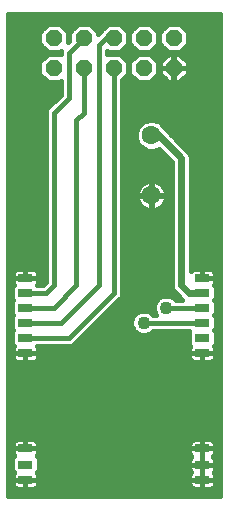
<source format=gtl>
G75*
%MOIN*%
%OFA0B0*%
%FSLAX25Y25*%
%IPPOS*%
%LPD*%
%AMOC8*
5,1,8,0,0,1.08239X$1,22.5*
%
%ADD10R,0.05000X0.02500*%
%ADD11OC8,0.05600*%
%ADD12C,0.06299*%
%ADD13C,0.01575*%
%ADD14C,0.02362*%
%ADD15C,0.04331*%
D10*
X0009819Y0009583D03*
X0009819Y0014583D03*
X0009819Y0019976D03*
X0009819Y0051787D03*
X0009819Y0056787D03*
X0009819Y0061787D03*
X0009819Y0066787D03*
X0009819Y0071787D03*
X0009819Y0076787D03*
X0068756Y0076787D03*
X0068756Y0071787D03*
X0068756Y0066787D03*
X0068756Y0061787D03*
X0068756Y0056787D03*
X0068756Y0051787D03*
X0068756Y0019976D03*
X0068756Y0014583D03*
X0068756Y0009583D03*
D11*
X0059287Y0146787D03*
X0059287Y0156787D03*
X0049287Y0156787D03*
X0049287Y0146787D03*
X0039287Y0146787D03*
X0039287Y0156787D03*
X0029287Y0156787D03*
X0029287Y0146787D03*
X0019287Y0146787D03*
X0019287Y0156787D03*
D12*
X0051787Y0124287D03*
X0051787Y0104287D03*
D13*
X0003953Y0164622D02*
X0003953Y0003953D01*
X0074622Y0003953D01*
X0074622Y0164622D01*
X0003953Y0164622D01*
X0003953Y0163839D02*
X0074622Y0163839D01*
X0074622Y0162265D02*
X0003953Y0162265D01*
X0003953Y0160692D02*
X0016448Y0160692D01*
X0017312Y0161556D02*
X0014519Y0158763D01*
X0014519Y0154812D01*
X0017312Y0152019D01*
X0021263Y0152019D01*
X0021531Y0152288D01*
X0021531Y0151287D01*
X0021263Y0151556D01*
X0017312Y0151556D01*
X0014519Y0148763D01*
X0014519Y0144812D01*
X0017312Y0142019D01*
X0021263Y0142019D01*
X0021531Y0142288D01*
X0021531Y0137929D01*
X0016951Y0133348D01*
X0016531Y0132336D01*
X0016531Y0075429D01*
X0015646Y0074543D01*
X0013809Y0074543D01*
X0013984Y0074847D01*
X0014106Y0075302D01*
X0014106Y0076787D01*
X0009819Y0076787D01*
X0009819Y0076787D01*
X0005531Y0076787D01*
X0005531Y0075302D01*
X0005653Y0074847D01*
X0005889Y0074440D01*
X0005913Y0074415D01*
X0005350Y0073853D01*
X0005350Y0069722D01*
X0005785Y0069287D01*
X0005350Y0068853D01*
X0005350Y0064722D01*
X0005785Y0064287D01*
X0005350Y0063853D01*
X0005350Y0059722D01*
X0005785Y0059287D01*
X0005350Y0058853D01*
X0005350Y0054722D01*
X0005913Y0054159D01*
X0005889Y0054135D01*
X0005653Y0053727D01*
X0005531Y0053273D01*
X0005531Y0051787D01*
X0005531Y0050302D01*
X0005653Y0049847D01*
X0005889Y0049440D01*
X0006221Y0049107D01*
X0006629Y0048872D01*
X0007084Y0048750D01*
X0009819Y0048750D01*
X0012554Y0048750D01*
X0013009Y0048872D01*
X0013416Y0049107D01*
X0013749Y0049440D01*
X0013984Y0049847D01*
X0014106Y0050302D01*
X0014106Y0051787D01*
X0009819Y0051787D01*
X0009819Y0048750D01*
X0009819Y0051787D01*
X0009819Y0051787D01*
X0009819Y0051787D01*
X0005531Y0051787D01*
X0009819Y0051787D01*
X0009819Y0051787D01*
X0014106Y0051787D01*
X0014106Y0053273D01*
X0013984Y0053727D01*
X0013809Y0054031D01*
X0024836Y0054031D01*
X0025848Y0054451D01*
X0040848Y0069451D01*
X0041624Y0070226D01*
X0042043Y0071239D01*
X0042043Y0142800D01*
X0044056Y0144812D01*
X0044056Y0148763D01*
X0041263Y0151556D01*
X0037312Y0151556D01*
X0037043Y0151287D01*
X0037043Y0152288D01*
X0037312Y0152019D01*
X0041263Y0152019D01*
X0044056Y0154812D01*
X0044056Y0158763D01*
X0041263Y0161556D01*
X0037312Y0161556D01*
X0034519Y0158763D01*
X0034519Y0158416D01*
X0034056Y0157953D01*
X0034056Y0158763D01*
X0031263Y0161556D01*
X0027312Y0161556D01*
X0024519Y0158763D01*
X0024519Y0155916D01*
X0024056Y0155453D01*
X0024056Y0158763D01*
X0021263Y0161556D01*
X0017312Y0161556D01*
X0014875Y0159119D02*
X0003953Y0159119D01*
X0003953Y0157546D02*
X0014519Y0157546D01*
X0014519Y0155972D02*
X0003953Y0155972D01*
X0003953Y0154399D02*
X0014932Y0154399D01*
X0016506Y0152826D02*
X0003953Y0152826D01*
X0003953Y0151252D02*
X0017009Y0151252D01*
X0015435Y0149679D02*
X0003953Y0149679D01*
X0003953Y0148106D02*
X0014519Y0148106D01*
X0014519Y0146532D02*
X0003953Y0146532D01*
X0003953Y0144959D02*
X0014519Y0144959D01*
X0015945Y0143386D02*
X0003953Y0143386D01*
X0003953Y0141812D02*
X0021531Y0141812D01*
X0021531Y0140239D02*
X0003953Y0140239D01*
X0003953Y0138666D02*
X0021531Y0138666D01*
X0020695Y0137092D02*
X0003953Y0137092D01*
X0003953Y0135519D02*
X0019122Y0135519D01*
X0017548Y0133946D02*
X0003953Y0133946D01*
X0003953Y0132373D02*
X0016547Y0132373D01*
X0016531Y0130799D02*
X0003953Y0130799D01*
X0003953Y0129226D02*
X0016531Y0129226D01*
X0016531Y0127653D02*
X0003953Y0127653D01*
X0003953Y0126079D02*
X0016531Y0126079D01*
X0016531Y0124506D02*
X0003953Y0124506D01*
X0003953Y0122933D02*
X0016531Y0122933D01*
X0016531Y0121359D02*
X0003953Y0121359D01*
X0003953Y0119786D02*
X0016531Y0119786D01*
X0016531Y0118213D02*
X0003953Y0118213D01*
X0003953Y0116639D02*
X0016531Y0116639D01*
X0016531Y0115066D02*
X0003953Y0115066D01*
X0003953Y0113493D02*
X0016531Y0113493D01*
X0016531Y0111919D02*
X0003953Y0111919D01*
X0003953Y0110346D02*
X0016531Y0110346D01*
X0016531Y0108773D02*
X0003953Y0108773D01*
X0003953Y0107199D02*
X0016531Y0107199D01*
X0016531Y0105626D02*
X0003953Y0105626D01*
X0003953Y0104053D02*
X0016531Y0104053D01*
X0016531Y0102480D02*
X0003953Y0102480D01*
X0003953Y0100906D02*
X0016531Y0100906D01*
X0016531Y0099333D02*
X0003953Y0099333D01*
X0003953Y0097760D02*
X0016531Y0097760D01*
X0016531Y0096186D02*
X0003953Y0096186D01*
X0003953Y0094613D02*
X0016531Y0094613D01*
X0016531Y0093040D02*
X0003953Y0093040D01*
X0003953Y0091466D02*
X0016531Y0091466D01*
X0016531Y0089893D02*
X0003953Y0089893D01*
X0003953Y0088320D02*
X0016531Y0088320D01*
X0016531Y0086746D02*
X0003953Y0086746D01*
X0003953Y0085173D02*
X0016531Y0085173D01*
X0016531Y0083600D02*
X0003953Y0083600D01*
X0003953Y0082026D02*
X0016531Y0082026D01*
X0016531Y0080453D02*
X0003953Y0080453D01*
X0003953Y0078880D02*
X0005741Y0078880D01*
X0005653Y0078727D02*
X0005531Y0078273D01*
X0005531Y0076787D01*
X0009819Y0076787D01*
X0009819Y0076787D01*
X0014106Y0076787D01*
X0014106Y0078273D01*
X0013984Y0078727D01*
X0013749Y0079135D01*
X0013416Y0079468D01*
X0013009Y0079703D01*
X0012554Y0079825D01*
X0009819Y0079825D01*
X0009819Y0076788D01*
X0009819Y0076788D01*
X0009819Y0079825D01*
X0007084Y0079825D01*
X0006629Y0079703D01*
X0006221Y0079468D01*
X0005889Y0079135D01*
X0005653Y0078727D01*
X0005531Y0077306D02*
X0003953Y0077306D01*
X0003953Y0075733D02*
X0005531Y0075733D01*
X0005657Y0074160D02*
X0003953Y0074160D01*
X0003953Y0072587D02*
X0005350Y0072587D01*
X0005350Y0071013D02*
X0003953Y0071013D01*
X0003953Y0069440D02*
X0005632Y0069440D01*
X0005350Y0067867D02*
X0003953Y0067867D01*
X0003953Y0066293D02*
X0005350Y0066293D01*
X0005352Y0064720D02*
X0003953Y0064720D01*
X0003953Y0063147D02*
X0005350Y0063147D01*
X0005350Y0061573D02*
X0003953Y0061573D01*
X0003953Y0060000D02*
X0005350Y0060000D01*
X0005350Y0058427D02*
X0003953Y0058427D01*
X0003953Y0056853D02*
X0005350Y0056853D01*
X0005350Y0055280D02*
X0003953Y0055280D01*
X0003953Y0053707D02*
X0005648Y0053707D01*
X0005531Y0052133D02*
X0003953Y0052133D01*
X0003953Y0050560D02*
X0005531Y0050560D01*
X0006430Y0048987D02*
X0003953Y0048987D01*
X0003953Y0047414D02*
X0074622Y0047414D01*
X0074622Y0048987D02*
X0072145Y0048987D01*
X0071946Y0048872D02*
X0071491Y0048750D01*
X0068756Y0048750D01*
X0068756Y0051787D01*
X0068756Y0051787D01*
X0068756Y0048750D01*
X0066021Y0048750D01*
X0065566Y0048872D01*
X0065158Y0049107D01*
X0064826Y0049440D01*
X0064590Y0049847D01*
X0064469Y0050302D01*
X0064469Y0051787D01*
X0068756Y0051787D01*
X0068756Y0051787D01*
X0073043Y0051787D01*
X0073043Y0050302D01*
X0072921Y0049847D01*
X0072686Y0049440D01*
X0072353Y0049107D01*
X0071946Y0048872D01*
X0073043Y0050560D02*
X0074622Y0050560D01*
X0074622Y0052133D02*
X0073043Y0052133D01*
X0073043Y0051787D02*
X0073043Y0053273D01*
X0072921Y0053727D01*
X0072686Y0054135D01*
X0072662Y0054159D01*
X0073224Y0054722D01*
X0073224Y0058853D01*
X0072790Y0059287D01*
X0073224Y0059722D01*
X0073224Y0063853D01*
X0072790Y0064287D01*
X0073224Y0064722D01*
X0073224Y0068853D01*
X0072790Y0069287D01*
X0073224Y0069722D01*
X0073224Y0073853D01*
X0072662Y0074415D01*
X0072686Y0074440D01*
X0072921Y0074847D01*
X0073043Y0075302D01*
X0073043Y0076787D01*
X0068756Y0076787D01*
X0068756Y0076787D01*
X0073043Y0076787D01*
X0073043Y0078273D01*
X0072921Y0078727D01*
X0072686Y0079135D01*
X0072353Y0079468D01*
X0071946Y0079703D01*
X0071491Y0079825D01*
X0068756Y0079825D01*
X0068756Y0076788D01*
X0068756Y0076788D01*
X0068756Y0079825D01*
X0066021Y0079825D01*
X0065566Y0079703D01*
X0065158Y0079468D01*
X0064937Y0079246D01*
X0064937Y0117414D01*
X0064457Y0118572D01*
X0056957Y0126072D01*
X0056327Y0126702D01*
X0056126Y0127187D01*
X0054687Y0128626D01*
X0052805Y0129405D01*
X0050769Y0129405D01*
X0048888Y0128626D01*
X0047448Y0127187D01*
X0046669Y0125305D01*
X0046669Y0123269D01*
X0047448Y0121388D01*
X0048888Y0119948D01*
X0050769Y0119169D01*
X0052805Y0119169D01*
X0054323Y0119798D01*
X0058638Y0115483D01*
X0058638Y0073661D01*
X0059117Y0072503D01*
X0060003Y0071617D01*
X0062077Y0069543D01*
X0059878Y0069543D01*
X0059129Y0070292D01*
X0057610Y0070921D01*
X0055965Y0070921D01*
X0054446Y0070292D01*
X0053283Y0069129D01*
X0052654Y0067610D01*
X0052654Y0065965D01*
X0053242Y0064543D01*
X0052378Y0064543D01*
X0051629Y0065292D01*
X0050110Y0065921D01*
X0048465Y0065921D01*
X0046946Y0065292D01*
X0045783Y0064129D01*
X0045154Y0062610D01*
X0045154Y0060965D01*
X0045783Y0059446D01*
X0046946Y0058283D01*
X0048465Y0057654D01*
X0050110Y0057654D01*
X0051629Y0058283D01*
X0052378Y0059031D01*
X0064466Y0059031D01*
X0064287Y0058853D01*
X0064287Y0054722D01*
X0064850Y0054159D01*
X0064826Y0054135D01*
X0064590Y0053727D01*
X0064469Y0053273D01*
X0064469Y0051787D01*
X0068756Y0051787D01*
X0068756Y0051787D01*
X0073043Y0051787D01*
X0072927Y0053707D02*
X0074622Y0053707D01*
X0074622Y0055280D02*
X0073224Y0055280D01*
X0073224Y0056853D02*
X0074622Y0056853D01*
X0074622Y0058427D02*
X0073224Y0058427D01*
X0073224Y0060000D02*
X0074622Y0060000D01*
X0074622Y0061573D02*
X0073224Y0061573D01*
X0073224Y0063147D02*
X0074622Y0063147D01*
X0074622Y0064720D02*
X0073222Y0064720D01*
X0073224Y0066293D02*
X0074622Y0066293D01*
X0074622Y0067867D02*
X0073224Y0067867D01*
X0072942Y0069440D02*
X0074622Y0069440D01*
X0074622Y0071013D02*
X0073224Y0071013D01*
X0073224Y0072587D02*
X0074622Y0072587D01*
X0074622Y0074160D02*
X0072917Y0074160D01*
X0073043Y0075733D02*
X0074622Y0075733D01*
X0074622Y0077306D02*
X0073043Y0077306D01*
X0072833Y0078880D02*
X0074622Y0078880D01*
X0074622Y0080453D02*
X0064937Y0080453D01*
X0064937Y0082026D02*
X0074622Y0082026D01*
X0074622Y0083600D02*
X0064937Y0083600D01*
X0064937Y0085173D02*
X0074622Y0085173D01*
X0074622Y0086746D02*
X0064937Y0086746D01*
X0064937Y0088320D02*
X0074622Y0088320D01*
X0074622Y0089893D02*
X0064937Y0089893D01*
X0064937Y0091466D02*
X0074622Y0091466D01*
X0074622Y0093040D02*
X0064937Y0093040D01*
X0064937Y0094613D02*
X0074622Y0094613D01*
X0074622Y0096186D02*
X0064937Y0096186D01*
X0064937Y0097760D02*
X0074622Y0097760D01*
X0074622Y0099333D02*
X0064937Y0099333D01*
X0064937Y0100906D02*
X0074622Y0100906D01*
X0074622Y0102480D02*
X0064937Y0102480D01*
X0064937Y0104053D02*
X0074622Y0104053D01*
X0074622Y0105626D02*
X0064937Y0105626D01*
X0064937Y0107199D02*
X0074622Y0107199D01*
X0074622Y0108773D02*
X0064937Y0108773D01*
X0064937Y0110346D02*
X0074622Y0110346D01*
X0074622Y0111919D02*
X0064937Y0111919D01*
X0064937Y0113493D02*
X0074622Y0113493D01*
X0074622Y0115066D02*
X0064937Y0115066D01*
X0064937Y0116639D02*
X0074622Y0116639D01*
X0074622Y0118213D02*
X0064606Y0118213D01*
X0063243Y0119786D02*
X0074622Y0119786D01*
X0074622Y0121359D02*
X0061670Y0121359D01*
X0060096Y0122933D02*
X0074622Y0122933D01*
X0074622Y0124506D02*
X0058523Y0124506D01*
X0056950Y0126079D02*
X0074622Y0126079D01*
X0074622Y0127653D02*
X0055660Y0127653D01*
X0053239Y0129226D02*
X0074622Y0129226D01*
X0074622Y0130799D02*
X0042043Y0130799D01*
X0042043Y0129226D02*
X0050336Y0129226D01*
X0047914Y0127653D02*
X0042043Y0127653D01*
X0042043Y0126079D02*
X0046990Y0126079D01*
X0046669Y0124506D02*
X0042043Y0124506D01*
X0042043Y0122933D02*
X0046809Y0122933D01*
X0047477Y0121359D02*
X0042043Y0121359D01*
X0042043Y0119786D02*
X0049280Y0119786D01*
X0054294Y0119786D02*
X0054335Y0119786D01*
X0055908Y0118213D02*
X0042043Y0118213D01*
X0042043Y0116639D02*
X0057481Y0116639D01*
X0058638Y0115066D02*
X0042043Y0115066D01*
X0042043Y0113493D02*
X0058638Y0113493D01*
X0058638Y0111919D02*
X0042043Y0111919D01*
X0042043Y0110346D02*
X0058638Y0110346D01*
X0058638Y0108773D02*
X0053859Y0108773D01*
X0053683Y0108863D02*
X0052943Y0109103D01*
X0052176Y0109224D01*
X0051886Y0109224D01*
X0051886Y0104386D01*
X0051689Y0104386D01*
X0051689Y0109224D01*
X0051399Y0109224D01*
X0050631Y0109103D01*
X0049892Y0108863D01*
X0049200Y0108510D01*
X0048571Y0108053D01*
X0048022Y0107504D01*
X0047565Y0106875D01*
X0047212Y0106183D01*
X0046972Y0105443D01*
X0046850Y0104676D01*
X0046850Y0104386D01*
X0051689Y0104386D01*
X0051689Y0104189D01*
X0046850Y0104189D01*
X0046850Y0103899D01*
X0046972Y0103131D01*
X0047212Y0102392D01*
X0047565Y0101700D01*
X0048022Y0101071D01*
X0048571Y0100522D01*
X0049200Y0100065D01*
X0049892Y0099712D01*
X0050631Y0099472D01*
X0051399Y0099350D01*
X0051689Y0099350D01*
X0051689Y0104189D01*
X0051886Y0104189D01*
X0051886Y0104386D01*
X0056724Y0104386D01*
X0056724Y0104676D01*
X0056603Y0105443D01*
X0056363Y0106183D01*
X0056010Y0106875D01*
X0055553Y0107504D01*
X0055004Y0108053D01*
X0054375Y0108510D01*
X0053683Y0108863D01*
X0051886Y0108773D02*
X0051689Y0108773D01*
X0051689Y0107199D02*
X0051886Y0107199D01*
X0051886Y0105626D02*
X0051689Y0105626D01*
X0051886Y0104189D02*
X0056724Y0104189D01*
X0056724Y0103899D01*
X0056603Y0103131D01*
X0056363Y0102392D01*
X0056010Y0101700D01*
X0055553Y0101071D01*
X0055004Y0100522D01*
X0054375Y0100065D01*
X0053683Y0099712D01*
X0052943Y0099472D01*
X0052176Y0099350D01*
X0051886Y0099350D01*
X0051886Y0104189D01*
X0051886Y0104053D02*
X0051689Y0104053D01*
X0051689Y0102480D02*
X0051886Y0102480D01*
X0051886Y0100906D02*
X0051689Y0100906D01*
X0048187Y0100906D02*
X0042043Y0100906D01*
X0042043Y0099333D02*
X0058638Y0099333D01*
X0058638Y0100906D02*
X0055388Y0100906D01*
X0056391Y0102480D02*
X0058638Y0102480D01*
X0058638Y0104053D02*
X0056724Y0104053D01*
X0056543Y0105626D02*
X0058638Y0105626D01*
X0058638Y0107199D02*
X0055774Y0107199D01*
X0058638Y0097760D02*
X0042043Y0097760D01*
X0042043Y0096186D02*
X0058638Y0096186D01*
X0058638Y0094613D02*
X0042043Y0094613D01*
X0042043Y0093040D02*
X0058638Y0093040D01*
X0058638Y0091466D02*
X0042043Y0091466D01*
X0042043Y0089893D02*
X0058638Y0089893D01*
X0058638Y0088320D02*
X0042043Y0088320D01*
X0042043Y0086746D02*
X0058638Y0086746D01*
X0058638Y0085173D02*
X0042043Y0085173D01*
X0042043Y0083600D02*
X0058638Y0083600D01*
X0058638Y0082026D02*
X0042043Y0082026D01*
X0042043Y0080453D02*
X0058638Y0080453D01*
X0058638Y0078880D02*
X0042043Y0078880D01*
X0042043Y0077306D02*
X0058638Y0077306D01*
X0058638Y0075733D02*
X0042043Y0075733D01*
X0042043Y0074160D02*
X0058638Y0074160D01*
X0059083Y0072587D02*
X0042043Y0072587D01*
X0041950Y0071013D02*
X0060607Y0071013D01*
X0056787Y0066787D02*
X0068756Y0066787D01*
X0068756Y0061787D02*
X0049287Y0061787D01*
X0046374Y0064720D02*
X0036117Y0064720D01*
X0034544Y0063147D02*
X0045376Y0063147D01*
X0045154Y0061573D02*
X0032971Y0061573D01*
X0031397Y0060000D02*
X0045553Y0060000D01*
X0046802Y0058427D02*
X0029824Y0058427D01*
X0028251Y0056853D02*
X0064287Y0056853D01*
X0064287Y0055280D02*
X0026678Y0055280D01*
X0024287Y0056787D02*
X0039287Y0071787D01*
X0039287Y0146787D01*
X0041566Y0151252D02*
X0047009Y0151252D01*
X0047312Y0151556D02*
X0044519Y0148763D01*
X0044519Y0144812D01*
X0047312Y0142019D01*
X0051263Y0142019D01*
X0054056Y0144812D01*
X0054056Y0148763D01*
X0051263Y0151556D01*
X0047312Y0151556D01*
X0047312Y0152019D02*
X0051263Y0152019D01*
X0054056Y0154812D01*
X0054056Y0158763D01*
X0051263Y0161556D01*
X0047312Y0161556D01*
X0044519Y0158763D01*
X0044519Y0154812D01*
X0047312Y0152019D01*
X0046506Y0152826D02*
X0042069Y0152826D01*
X0043643Y0154399D02*
X0044932Y0154399D01*
X0044519Y0155972D02*
X0044056Y0155972D01*
X0044056Y0157546D02*
X0044519Y0157546D01*
X0044875Y0159119D02*
X0043700Y0159119D01*
X0042126Y0160692D02*
X0046448Y0160692D01*
X0051566Y0151252D02*
X0057265Y0151252D01*
X0057387Y0151375D02*
X0054700Y0148688D01*
X0054700Y0146900D01*
X0059175Y0146900D01*
X0059175Y0151375D01*
X0057387Y0151375D01*
X0057312Y0152019D02*
X0061263Y0152019D01*
X0064056Y0154812D01*
X0064056Y0158763D01*
X0061263Y0161556D01*
X0057312Y0161556D01*
X0054519Y0158763D01*
X0054519Y0154812D01*
X0057312Y0152019D01*
X0056506Y0152826D02*
X0052069Y0152826D01*
X0053643Y0154399D02*
X0054932Y0154399D01*
X0054519Y0155972D02*
X0054056Y0155972D01*
X0054056Y0157546D02*
X0054519Y0157546D01*
X0054875Y0159119D02*
X0053700Y0159119D01*
X0052126Y0160692D02*
X0056448Y0160692D01*
X0059400Y0151375D02*
X0061188Y0151375D01*
X0063875Y0148688D01*
X0063875Y0146900D01*
X0059400Y0146900D01*
X0059400Y0146675D01*
X0063875Y0146675D01*
X0063875Y0144887D01*
X0061188Y0142200D01*
X0059400Y0142200D01*
X0059400Y0146675D01*
X0059175Y0146675D01*
X0059175Y0142200D01*
X0057387Y0142200D01*
X0054700Y0144887D01*
X0054700Y0146675D01*
X0059175Y0146675D01*
X0059175Y0146900D01*
X0059400Y0146900D01*
X0059400Y0151375D01*
X0059400Y0151252D02*
X0059175Y0151252D01*
X0059175Y0149679D02*
X0059400Y0149679D01*
X0059400Y0148106D02*
X0059175Y0148106D01*
X0059175Y0146532D02*
X0059400Y0146532D01*
X0059400Y0144959D02*
X0059175Y0144959D01*
X0059175Y0143386D02*
X0059400Y0143386D01*
X0062373Y0143386D02*
X0074622Y0143386D01*
X0074622Y0144959D02*
X0063875Y0144959D01*
X0063875Y0146532D02*
X0074622Y0146532D01*
X0074622Y0148106D02*
X0063875Y0148106D01*
X0062883Y0149679D02*
X0074622Y0149679D01*
X0074622Y0151252D02*
X0061310Y0151252D01*
X0062069Y0152826D02*
X0074622Y0152826D01*
X0074622Y0154399D02*
X0063643Y0154399D01*
X0064056Y0155972D02*
X0074622Y0155972D01*
X0074622Y0157546D02*
X0064056Y0157546D01*
X0063700Y0159119D02*
X0074622Y0159119D01*
X0074622Y0160692D02*
X0062126Y0160692D01*
X0055691Y0149679D02*
X0053140Y0149679D01*
X0054056Y0148106D02*
X0054700Y0148106D01*
X0054700Y0146532D02*
X0054056Y0146532D01*
X0054056Y0144959D02*
X0054700Y0144959D01*
X0056202Y0143386D02*
X0052629Y0143386D01*
X0045945Y0143386D02*
X0042629Y0143386D01*
X0042043Y0141812D02*
X0074622Y0141812D01*
X0074622Y0140239D02*
X0042043Y0140239D01*
X0042043Y0138666D02*
X0074622Y0138666D01*
X0074622Y0137092D02*
X0042043Y0137092D01*
X0042043Y0135519D02*
X0074622Y0135519D01*
X0074622Y0133946D02*
X0042043Y0133946D01*
X0042043Y0132373D02*
X0074622Y0132373D01*
X0049716Y0108773D02*
X0042043Y0108773D01*
X0042043Y0107199D02*
X0047801Y0107199D01*
X0047031Y0105626D02*
X0042043Y0105626D01*
X0042043Y0104053D02*
X0046850Y0104053D01*
X0047184Y0102480D02*
X0042043Y0102480D01*
X0034287Y0074287D02*
X0021787Y0061787D01*
X0009819Y0061787D01*
X0009819Y0056787D02*
X0024287Y0056787D01*
X0019287Y0066787D02*
X0026787Y0074287D01*
X0026787Y0129287D01*
X0029287Y0131787D01*
X0029287Y0146787D01*
X0024287Y0151787D02*
X0029287Y0156787D01*
X0032126Y0160692D02*
X0036448Y0160692D01*
X0034875Y0159119D02*
X0033700Y0159119D01*
X0036787Y0156787D02*
X0034287Y0154287D01*
X0034287Y0074287D01*
X0037691Y0066293D02*
X0052654Y0066293D01*
X0052760Y0067867D02*
X0039264Y0067867D01*
X0040837Y0069440D02*
X0053594Y0069440D01*
X0053169Y0064720D02*
X0052201Y0064720D01*
X0051773Y0058427D02*
X0064287Y0058427D01*
X0064585Y0053707D02*
X0013990Y0053707D01*
X0014106Y0052133D02*
X0064469Y0052133D01*
X0064469Y0050560D02*
X0014106Y0050560D01*
X0013208Y0048987D02*
X0065367Y0048987D01*
X0068756Y0048987D02*
X0068756Y0048987D01*
X0068756Y0050560D02*
X0068756Y0050560D01*
X0074622Y0045840D02*
X0003953Y0045840D01*
X0003953Y0044267D02*
X0074622Y0044267D01*
X0074622Y0042694D02*
X0003953Y0042694D01*
X0003953Y0041120D02*
X0074622Y0041120D01*
X0074622Y0039547D02*
X0003953Y0039547D01*
X0003953Y0037974D02*
X0074622Y0037974D01*
X0074622Y0036400D02*
X0003953Y0036400D01*
X0003953Y0034827D02*
X0074622Y0034827D01*
X0074622Y0033254D02*
X0003953Y0033254D01*
X0003953Y0031680D02*
X0074622Y0031680D01*
X0074622Y0030107D02*
X0003953Y0030107D01*
X0003953Y0028534D02*
X0074622Y0028534D01*
X0074622Y0026960D02*
X0003953Y0026960D01*
X0003953Y0025387D02*
X0074622Y0025387D01*
X0074622Y0023814D02*
X0003953Y0023814D01*
X0003953Y0022240D02*
X0005840Y0022240D01*
X0005889Y0022324D02*
X0005653Y0021916D01*
X0005531Y0021462D01*
X0005531Y0019976D01*
X0005531Y0018491D01*
X0005653Y0018036D01*
X0005889Y0017629D01*
X0006110Y0017408D01*
X0005350Y0016648D01*
X0005350Y0012517D01*
X0005913Y0011955D01*
X0005889Y0011930D01*
X0005653Y0011523D01*
X0005531Y0011068D01*
X0005531Y0009583D01*
X0009819Y0009583D01*
X0014106Y0009583D01*
X0014106Y0011068D01*
X0013984Y0011523D01*
X0013749Y0011930D01*
X0013725Y0011955D01*
X0014287Y0012517D01*
X0014287Y0016648D01*
X0013528Y0017408D01*
X0013749Y0017629D01*
X0013984Y0018036D01*
X0014106Y0018491D01*
X0014106Y0019976D01*
X0009819Y0019976D01*
X0009819Y0019976D01*
X0005531Y0019976D01*
X0009819Y0019976D01*
X0009819Y0019976D01*
X0014106Y0019976D01*
X0014106Y0021462D01*
X0013984Y0021916D01*
X0013749Y0022324D01*
X0013416Y0022657D01*
X0013009Y0022892D01*
X0012554Y0023014D01*
X0009819Y0023014D01*
X0009819Y0019977D01*
X0009819Y0019977D01*
X0009819Y0023014D01*
X0007084Y0023014D01*
X0006629Y0022892D01*
X0006221Y0022657D01*
X0005889Y0022324D01*
X0005531Y0020667D02*
X0003953Y0020667D01*
X0003953Y0019094D02*
X0005531Y0019094D01*
X0005997Y0017521D02*
X0003953Y0017521D01*
X0003953Y0015947D02*
X0005350Y0015947D01*
X0005350Y0014374D02*
X0003953Y0014374D01*
X0003953Y0012801D02*
X0005350Y0012801D01*
X0005574Y0011227D02*
X0003953Y0011227D01*
X0003953Y0009654D02*
X0005531Y0009654D01*
X0005531Y0009583D02*
X0005531Y0008097D01*
X0005653Y0007643D01*
X0005889Y0007235D01*
X0006221Y0006902D01*
X0006629Y0006667D01*
X0007084Y0006545D01*
X0009819Y0006545D01*
X0012554Y0006545D01*
X0013009Y0006667D01*
X0013416Y0006902D01*
X0013749Y0007235D01*
X0013984Y0007643D01*
X0014106Y0008097D01*
X0014106Y0009583D01*
X0009819Y0009583D01*
X0009819Y0009583D01*
X0009819Y0009583D01*
X0009819Y0006545D01*
X0009819Y0009583D01*
X0009819Y0009583D01*
X0005531Y0009583D01*
X0005536Y0008081D02*
X0003953Y0008081D01*
X0003953Y0006507D02*
X0074622Y0006507D01*
X0074622Y0004934D02*
X0003953Y0004934D01*
X0009819Y0008081D02*
X0009819Y0008081D01*
X0014102Y0008081D02*
X0064473Y0008081D01*
X0064469Y0008097D02*
X0064590Y0007643D01*
X0064826Y0007235D01*
X0065158Y0006902D01*
X0065566Y0006667D01*
X0066021Y0006545D01*
X0068756Y0006545D01*
X0071491Y0006545D01*
X0071946Y0006667D01*
X0072353Y0006902D01*
X0072686Y0007235D01*
X0072921Y0007643D01*
X0073043Y0008097D01*
X0073043Y0009583D01*
X0073043Y0011068D01*
X0072921Y0011523D01*
X0072686Y0011930D01*
X0072534Y0012083D01*
X0072686Y0012235D01*
X0072921Y0012643D01*
X0073043Y0013097D01*
X0073043Y0014583D01*
X0073043Y0016068D01*
X0072921Y0016523D01*
X0072686Y0016930D01*
X0072353Y0017263D01*
X0072325Y0017280D01*
X0072353Y0017296D01*
X0072686Y0017629D01*
X0072921Y0018036D01*
X0073043Y0018491D01*
X0073043Y0019976D01*
X0068756Y0019976D01*
X0068756Y0014583D01*
X0068756Y0014583D01*
X0068756Y0017620D01*
X0068756Y0019976D01*
X0068756Y0019976D01*
X0068756Y0019976D01*
X0064469Y0019976D01*
X0064469Y0018491D01*
X0064590Y0018036D01*
X0064826Y0017629D01*
X0065158Y0017296D01*
X0065187Y0017280D01*
X0065158Y0017263D01*
X0064826Y0016930D01*
X0064590Y0016523D01*
X0064469Y0016068D01*
X0064469Y0014583D01*
X0068756Y0014583D01*
X0073043Y0014583D01*
X0068756Y0014583D01*
X0068756Y0014583D01*
X0068756Y0014583D01*
X0064469Y0014583D01*
X0064469Y0013097D01*
X0064590Y0012643D01*
X0064826Y0012235D01*
X0064978Y0012083D01*
X0064826Y0011930D01*
X0064590Y0011523D01*
X0064469Y0011068D01*
X0064469Y0009583D01*
X0068756Y0009583D01*
X0068756Y0009583D01*
X0068756Y0014583D01*
X0068756Y0014583D01*
X0068756Y0012620D01*
X0068756Y0009583D01*
X0073043Y0009583D01*
X0068756Y0009583D01*
X0068756Y0009583D01*
X0068756Y0009583D01*
X0064469Y0009583D01*
X0064469Y0008097D01*
X0064469Y0009654D02*
X0014106Y0009654D01*
X0014064Y0011227D02*
X0064511Y0011227D01*
X0064548Y0012801D02*
X0014287Y0012801D01*
X0014287Y0014374D02*
X0064469Y0014374D01*
X0064469Y0015947D02*
X0014287Y0015947D01*
X0013641Y0017521D02*
X0064934Y0017521D01*
X0064469Y0019094D02*
X0014106Y0019094D01*
X0014106Y0020667D02*
X0064469Y0020667D01*
X0064469Y0019976D02*
X0064469Y0021462D01*
X0064590Y0021916D01*
X0064826Y0022324D01*
X0065158Y0022657D01*
X0065566Y0022892D01*
X0066021Y0023014D01*
X0068756Y0023014D01*
X0068756Y0019977D01*
X0068756Y0019977D01*
X0068756Y0023014D01*
X0071491Y0023014D01*
X0071946Y0022892D01*
X0072353Y0022657D01*
X0072686Y0022324D01*
X0072921Y0021916D01*
X0073043Y0021462D01*
X0073043Y0019976D01*
X0068756Y0019976D01*
X0068756Y0019976D01*
X0064469Y0019976D01*
X0064777Y0022240D02*
X0013797Y0022240D01*
X0009819Y0022240D02*
X0009819Y0022240D01*
X0009819Y0020667D02*
X0009819Y0020667D01*
X0009819Y0048987D02*
X0009819Y0048987D01*
X0009819Y0050560D02*
X0009819Y0050560D01*
X0009819Y0066787D02*
X0019287Y0066787D01*
X0016787Y0071787D02*
X0019287Y0074287D01*
X0019287Y0131787D01*
X0024287Y0136787D01*
X0024287Y0151787D01*
X0024056Y0155972D02*
X0024519Y0155972D01*
X0024519Y0157546D02*
X0024056Y0157546D01*
X0023700Y0159119D02*
X0024875Y0159119D01*
X0026448Y0160692D02*
X0022126Y0160692D01*
X0036787Y0156787D02*
X0039287Y0156787D01*
X0043140Y0149679D02*
X0045435Y0149679D01*
X0044519Y0148106D02*
X0044056Y0148106D01*
X0044056Y0146532D02*
X0044519Y0146532D01*
X0044519Y0144959D02*
X0044056Y0144959D01*
X0068756Y0078880D02*
X0068756Y0078880D01*
X0068756Y0077306D02*
X0068756Y0077306D01*
X0068756Y0022240D02*
X0068756Y0022240D01*
X0068756Y0020667D02*
X0068756Y0020667D01*
X0068756Y0019094D02*
X0068756Y0019094D01*
X0068756Y0017521D02*
X0068756Y0017521D01*
X0068756Y0015947D02*
X0068756Y0015947D01*
X0068756Y0014374D02*
X0068756Y0014374D01*
X0068756Y0012801D02*
X0068756Y0012801D01*
X0068756Y0011227D02*
X0068756Y0011227D01*
X0068756Y0009654D02*
X0068756Y0009654D01*
X0068756Y0009583D02*
X0068756Y0006545D01*
X0068756Y0009583D01*
X0068756Y0009583D01*
X0068756Y0008081D02*
X0068756Y0008081D01*
X0073039Y0008081D02*
X0074622Y0008081D01*
X0074622Y0009654D02*
X0073043Y0009654D01*
X0073001Y0011227D02*
X0074622Y0011227D01*
X0074622Y0012801D02*
X0072964Y0012801D01*
X0073043Y0014374D02*
X0074622Y0014374D01*
X0074622Y0015947D02*
X0073043Y0015947D01*
X0072578Y0017521D02*
X0074622Y0017521D01*
X0074622Y0019094D02*
X0073043Y0019094D01*
X0073043Y0020667D02*
X0074622Y0020667D01*
X0074622Y0022240D02*
X0072734Y0022240D01*
X0016787Y0071787D02*
X0009819Y0071787D01*
X0009819Y0077306D02*
X0009819Y0077306D01*
X0009819Y0078880D02*
X0009819Y0078880D01*
X0013896Y0078880D02*
X0016531Y0078880D01*
X0016531Y0077306D02*
X0014106Y0077306D01*
X0014106Y0075733D02*
X0016531Y0075733D01*
D14*
X0051787Y0124287D02*
X0054287Y0124287D01*
X0061787Y0116787D01*
X0061787Y0074287D01*
X0064287Y0071787D01*
X0068756Y0071787D01*
D15*
X0056787Y0066787D03*
X0049287Y0061787D03*
M02*

</source>
